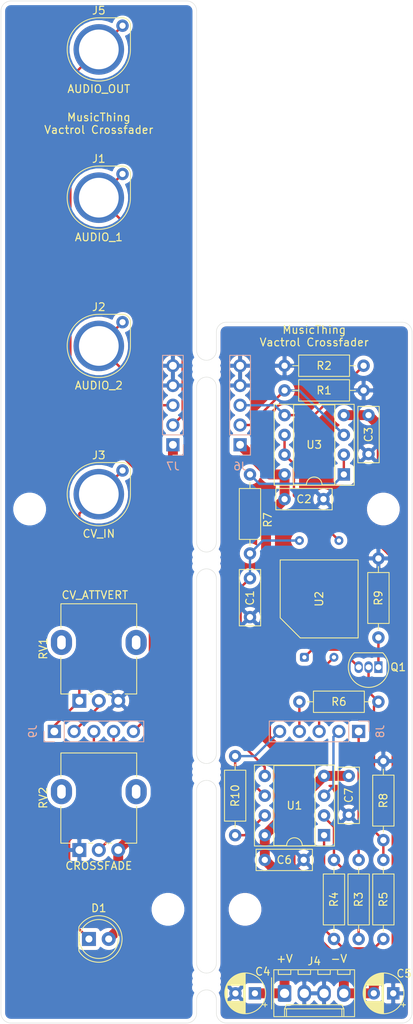
<source format=kicad_pcb>
(kicad_pcb (version 20171130) (host pcbnew "(5.1.8-0-10_14)")
  (layers (0 F.Cu signal) (31 B.Cu signal) (36 B.SilkS user) (37 F.SilkS user) (38 B.Mask user) (39 F.Mask user) (44 Edge.Cuts user))
  (net 0 "")
  (net 1 GND)
  (net 2 "Net-(C1-Pad1)")
  (net 3 +12V)
  (net 4 -12V)
  (net 5 "Net-(Q1-Pad1)")
  (net 6 "Net-(Q1-Pad3)")
  (net 7 "Net-(Q1-Pad2)")
  (net 8 "Net-(R3-Pad1)")
  (net 9 "Net-(R4-Pad1)")
  (net 10 "Net-(R10-Pad2)")
  (net 11 +12VA)
  (net 12 /LED_CTRL)
  (net 13 /CV_IN_CTRL)
  (net 14 /OUT_CTRL)
  (net 15 GND1)
  (net 16 /CV_ATTVERT_CTRL)
  (net 17 /FADE_POT_CTRL)
  (net 18 /LED_MAIN)
  (net 19 /OUT_MAIN)
  (net 20 /CV_ATTVERT_MAIN)
  (net 21 /FADE_POT_MAIN)
  (net 22 /CV_IN_MAIN)
  (net 23 /AUDIO_1_CTRL)
  (net 24 /AUDIO_2_CTRL)
  (net 25 /AUDIO_2_MAIN)
  (net 26 /AUDIO_1_MAIN)
  (net 27 /AUDIO_2)
  (net 28 /AUDIO_1)
  (module rumblesan-footprints:mouse-bite-2.54mm-slot (layer F.Cu) (at 113.157 157.861 90)
    (fp_text reference mouse-bite-2.54mm-slot hide)
    (fp_text value VAL** hide)
    (pad "" np_thru_hole circle (at 0.8 1.1 90) (size 0.5 0.5) (drill 0.5) (layers *.Cu *.Mask))
    (pad "" np_thru_hole circle (at -0.8 1.1 90) (size 0.5 0.5) (drill 0.5) (layers *.Cu *.Mask))
    (pad "" np_thru_hole circle (at -0.8 -1.1 90) (size 0.5 0.5) (drill 0.5) (layers *.Cu *.Mask))
    (pad "" np_thru_hole circle (at 0.8 -1.1 90) (size 0.5 0.5) (drill 0.5) (layers *.Cu *.Mask))
    (pad "" np_thru_hole circle (at 0 1.1 90) (size 0.5 0.5) (drill 0.5) (layers *.Cu *.Mask))
    (pad "" np_thru_hole circle (at 0 -1.1 90) (size 0.5 0.5) (drill 0.5) (layers *.Cu *.Mask))
  )
  (module rumblesan-footprints:mouse-bite-2.54mm-slot (layer F.Cu) (at 113.157 130.937 90)
    (fp_text reference mouse-bite-2.54mm-slot hide)
    (fp_text value VAL** hide)
    (pad "" np_thru_hole circle (at 0.8 1.1 90) (size 0.5 0.5) (drill 0.5) (layers *.Cu *.Mask))
    (pad "" np_thru_hole circle (at -0.8 1.1 90) (size 0.5 0.5) (drill 0.5) (layers *.Cu *.Mask))
    (pad "" np_thru_hole circle (at -0.8 -1.1 90) (size 0.5 0.5) (drill 0.5) (layers *.Cu *.Mask))
    (pad "" np_thru_hole circle (at 0.8 -1.1 90) (size 0.5 0.5) (drill 0.5) (layers *.Cu *.Mask))
    (pad "" np_thru_hole circle (at 0 1.1 90) (size 0.5 0.5) (drill 0.5) (layers *.Cu *.Mask))
    (pad "" np_thru_hole circle (at 0 -1.1 90) (size 0.5 0.5) (drill 0.5) (layers *.Cu *.Mask))
  )
  (module rumblesan-footprints:mouse-bite-2.54mm-slot (layer F.Cu) (at 113.157 103.759 90)
    (fp_text reference mouse-bite-2.54mm-slot hide)
    (fp_text value VAL** hide)
    (pad "" np_thru_hole circle (at 0.8 1.1 90) (size 0.5 0.5) (drill 0.5) (layers *.Cu *.Mask))
    (pad "" np_thru_hole circle (at -0.8 1.1 90) (size 0.5 0.5) (drill 0.5) (layers *.Cu *.Mask))
    (pad "" np_thru_hole circle (at -0.8 -1.1 90) (size 0.5 0.5) (drill 0.5) (layers *.Cu *.Mask))
    (pad "" np_thru_hole circle (at 0.8 -1.1 90) (size 0.5 0.5) (drill 0.5) (layers *.Cu *.Mask))
    (pad "" np_thru_hole circle (at 0 1.1 90) (size 0.5 0.5) (drill 0.5) (layers *.Cu *.Mask))
    (pad "" np_thru_hole circle (at 0 -1.1 90) (size 0.5 0.5) (drill 0.5) (layers *.Cu *.Mask))
  )
  (module rumblesan-footprints:mouse-bite-2.54mm-slot (layer F.Cu) (at 113.157 79.121 90)
    (fp_text reference mouse-bite-2.54mm-slot hide)
    (fp_text value VAL** hide)
    (pad "" np_thru_hole circle (at 0.8 1.1 90) (size 0.5 0.5) (drill 0.5) (layers *.Cu *.Mask))
    (pad "" np_thru_hole circle (at -0.8 1.1 90) (size 0.5 0.5) (drill 0.5) (layers *.Cu *.Mask))
    (pad "" np_thru_hole circle (at -0.8 -1.1 90) (size 0.5 0.5) (drill 0.5) (layers *.Cu *.Mask))
    (pad "" np_thru_hole circle (at 0.8 -1.1 90) (size 0.5 0.5) (drill 0.5) (layers *.Cu *.Mask))
    (pad "" np_thru_hole circle (at 0 1.1 90) (size 0.5 0.5) (drill 0.5) (layers *.Cu *.Mask))
    (pad "" np_thru_hole circle (at 0 -1.1 90) (size 0.5 0.5) (drill 0.5) (layers *.Cu *.Mask))
  )
  (module OptoDevice:PerkinElmer_VTL5C (layer F.Cu) (at 125.74 116.205 90)
    (fp_text reference U2 (at 7.5 1.9 90) (layer F.SilkS))
    (fp_text value VTL5C)
    (pad 2 thru_hole circle (at 0 3.8 90) (size 1.15 1.15) (drill 0.55) (layers *.Cu *.Mask) (net 18 /LED_MAIN))
    (pad 4 thru_hole circle (at 15 4.44 90) (size 1.15 1.15) (drill 0.55) (layers *.Cu *.Mask) (net 27 /AUDIO_2))
    (pad 3 thru_hole circle (at 15 -0.64 90) (size 1.15 1.15) (drill 0.55) (layers *.Cu *.Mask) (net 2 "Net-(C1-Pad1)"))
    (pad 1 thru_hole roundrect (at 0 0 90) (size 1.15 1.15) (drill 0.55) (layers *.Cu *.Mask) (net 6 "Net-(Q1-Pad3)"))
  )
  (module Package_DIP:DIP-8_W7.62mm_Socket (layer F.Cu) (at 130.81 92.71 180)
    (fp_text reference U3 (at 3.81 3.81) (layer F.SilkS))
    (fp_text value TL072)
    (pad 8 thru_hole oval (at 7.62 0 180) (size 1.6 1.6) (drill 0.8) (layers *.Cu *.Mask) (net 3 +12V))
    (pad 4 thru_hole oval (at 0 7.62 180) (size 1.6 1.6) (drill 0.8) (layers *.Cu *.Mask) (net 4 -12V))
    (pad 7 thru_hole oval (at 7.62 2.54 180) (size 1.6 1.6) (drill 0.8) (layers *.Cu *.Mask) (net 27 /AUDIO_2))
    (pad 3 thru_hole oval (at 0 5.08 180) (size 1.6 1.6) (drill 0.8) (layers *.Cu *.Mask) (net 26 /AUDIO_1_MAIN))
    (pad 6 thru_hole oval (at 7.62 5.08 180) (size 1.6 1.6) (drill 0.8) (layers *.Cu *.Mask) (net 27 /AUDIO_2))
    (pad 2 thru_hole oval (at 0 2.54 180) (size 1.6 1.6) (drill 0.8) (layers *.Cu *.Mask) (net 28 /AUDIO_1))
    (pad 5 thru_hole oval (at 7.62 7.62 180) (size 1.6 1.6) (drill 0.8) (layers *.Cu *.Mask) (net 25 /AUDIO_2_MAIN))
    (pad 1 thru_hole rect (at 0 0 180) (size 1.6 1.6) (drill 0.8) (layers *.Cu *.Mask) (net 28 /AUDIO_1))
  )
  (module Package_DIP:DIP-8_W7.62mm_Socket (layer F.Cu) (at 128.27 139.065 180)
    (fp_text reference U1 (at 3.81 3.81) (layer F.SilkS))
    (fp_text value TL072)
    (pad 8 thru_hole oval (at 7.62 0 180) (size 1.6 1.6) (drill 0.8) (layers *.Cu *.Mask) (net 3 +12V))
    (pad 4 thru_hole oval (at 0 7.62 180) (size 1.6 1.6) (drill 0.8) (layers *.Cu *.Mask) (net 4 -12V))
    (pad 7 thru_hole oval (at 7.62 2.54 180) (size 1.6 1.6) (drill 0.8) (layers *.Cu *.Mask) (net 10 "Net-(R10-Pad2)"))
    (pad 3 thru_hole oval (at 0 5.08 180) (size 1.6 1.6) (drill 0.8) (layers *.Cu *.Mask) (net 20 /CV_ATTVERT_MAIN))
    (pad 6 thru_hole oval (at 7.62 5.08 180) (size 1.6 1.6) (drill 0.8) (layers *.Cu *.Mask) (net 19 /OUT_MAIN))
    (pad 2 thru_hole oval (at 0 2.54 180) (size 1.6 1.6) (drill 0.8) (layers *.Cu *.Mask) (net 8 "Net-(R3-Pad1)"))
    (pad 5 thru_hole oval (at 7.62 7.62 180) (size 1.6 1.6) (drill 0.8) (layers *.Cu *.Mask) (net 2 "Net-(C1-Pad1)"))
    (pad 1 thru_hole rect (at 0 0 180) (size 1.6 1.6) (drill 0.8) (layers *.Cu *.Mask) (net 9 "Net-(R4-Pad1)"))
  )
  (module Capacitor_THT:C_Rect_L7.0mm_W2.5mm_P5.00mm (layer F.Cu) (at 131.445 136.445 90)
    (fp_text reference C7 (at 2.5 0 90) (layer F.SilkS))
    (fp_text value 100nf)
    (pad 2 thru_hole circle (at 5 0 90) (size 1.6 1.6) (drill 0.8) (layers *.Cu *.Mask) (net 4 -12V))
    (pad 1 thru_hole circle (at 0 0 90) (size 1.6 1.6) (drill 0.8) (layers *.Cu *.Mask) (net 1 GND))
  )
  (module Capacitor_THT:C_Rect_L7.0mm_W2.5mm_P5.00mm (layer F.Cu) (at 120.65 142.24)
    (fp_text reference C6 (at 2.5 0) (layer F.SilkS))
    (fp_text value 100nf)
    (pad 2 thru_hole circle (at 5 0) (size 1.6 1.6) (drill 0.8) (layers *.Cu *.Mask) (net 1 GND))
    (pad 1 thru_hole circle (at 0 0) (size 1.6 1.6) (drill 0.8) (layers *.Cu *.Mask) (net 3 +12V))
  )
  (module Connector_PinSocket_2.54mm:PinSocket_1x05_P2.54mm_Vertical (layer B.Cu) (at 93.599 125.73 270)
    (fp_text reference J9 (at 0 2.77 270) (layer B.SilkS) (effects (justify mirror)))
    (fp_text value HEADER2_CTRL)
    (pad 5 thru_hole oval (at 0 -10.16 270) (size 1.7 1.7) (drill 1) (layers *.Cu *.Mask) (net 14 /OUT_CTRL))
    (pad 4 thru_hole oval (at 0 -7.62 270) (size 1.7 1.7) (drill 1) (layers *.Cu *.Mask) (net 17 /FADE_POT_CTRL))
    (pad 3 thru_hole oval (at 0 -5.08 270) (size 1.7 1.7) (drill 1) (layers *.Cu *.Mask) (net 12 /LED_CTRL))
    (pad 2 thru_hole oval (at 0 -2.54 270) (size 1.7 1.7) (drill 1) (layers *.Cu *.Mask) (net 16 /CV_ATTVERT_CTRL))
    (pad 1 thru_hole rect (at 0 0 270) (size 1.7 1.7) (drill 1) (layers *.Cu *.Mask) (net 13 /CV_IN_CTRL))
  )
  (module Connector_PinSocket_2.54mm:PinSocket_1x05_P2.54mm_Vertical (layer B.Cu) (at 132.715 125.73 90)
    (fp_text reference J8 (at 0 2.77 270) (layer B.SilkS) (effects (justify mirror)))
    (fp_text value HEADER2_MAIN hide)
    (pad 5 thru_hole oval (at 0 -10.16 90) (size 1.7 1.7) (drill 1) (layers *.Cu *.Mask) (net 19 /OUT_MAIN))
    (pad 4 thru_hole oval (at 0 -7.62 90) (size 1.7 1.7) (drill 1) (layers *.Cu *.Mask) (net 21 /FADE_POT_MAIN))
    (pad 3 thru_hole oval (at 0 -5.08 90) (size 1.7 1.7) (drill 1) (layers *.Cu *.Mask) (net 18 /LED_MAIN))
    (pad 2 thru_hole oval (at 0 -2.54 90) (size 1.7 1.7) (drill 1) (layers *.Cu *.Mask) (net 20 /CV_ATTVERT_MAIN))
    (pad 1 thru_hole rect (at 0 0 90) (size 1.7 1.7) (drill 1) (layers *.Cu *.Mask) (net 22 /CV_IN_MAIN))
  )
  (module Connector_PinSocket_2.54mm:PinSocket_1x05_P2.54mm_Vertical (layer B.Cu) (at 108.839 88.9)
    (fp_text reference J7 (at 0 2.77 180) (layer B.SilkS) (effects (justify mirror)))
    (fp_text value HEADER1_CTRL)
    (pad 5 thru_hole oval (at 0 -10.16) (size 1.7 1.7) (drill 1) (layers *.Cu *.Mask) (net 15 GND1))
    (pad 4 thru_hole oval (at 0 -7.62) (size 1.7 1.7) (drill 1) (layers *.Cu *.Mask) (net 15 GND1))
    (pad 3 thru_hole oval (at 0 -5.08) (size 1.7 1.7) (drill 1) (layers *.Cu *.Mask) (net 24 /AUDIO_2_CTRL))
    (pad 2 thru_hole oval (at 0 -2.54) (size 1.7 1.7) (drill 1) (layers *.Cu *.Mask) (net 23 /AUDIO_1_CTRL))
    (pad 1 thru_hole rect (at 0 0) (size 1.7 1.7) (drill 1) (layers *.Cu *.Mask) (net 11 +12VA))
  )
  (module Connector_PinSocket_2.54mm:PinSocket_1x05_P2.54mm_Vertical (layer B.Cu) (at 117.475 88.9)
    (fp_text reference J6 (at 0 2.77) (layer B.SilkS) (effects (justify mirror)))
    (fp_text value HEADER1_MAIN hide)
    (pad 5 thru_hole oval (at 0 -10.16) (size 1.7 1.7) (drill 1) (layers *.Cu *.Mask) (net 1 GND))
    (pad 4 thru_hole oval (at 0 -7.62) (size 1.7 1.7) (drill 1) (layers *.Cu *.Mask) (net 1 GND))
    (pad 3 thru_hole oval (at 0 -5.08) (size 1.7 1.7) (drill 1) (layers *.Cu *.Mask) (net 25 /AUDIO_2_MAIN))
    (pad 2 thru_hole oval (at 0 -2.54) (size 1.7 1.7) (drill 1) (layers *.Cu *.Mask) (net 26 /AUDIO_1_MAIN))
    (pad 1 thru_hole rect (at 0 0) (size 1.7 1.7) (drill 1) (layers *.Cu *.Mask) (net 3 +12V))
  )
  (module Capacitor_THT:C_Rect_L7.0mm_W2.5mm_P5.00mm (layer F.Cu) (at 133.985 90.09 90)
    (fp_text reference C3 (at 2.5 0 90) (layer F.SilkS))
    (fp_text value 100nf)
    (pad 2 thru_hole circle (at 5 0 90) (size 1.6 1.6) (drill 0.8) (layers *.Cu *.Mask) (net 4 -12V))
    (pad 1 thru_hole circle (at 0 0 90) (size 1.6 1.6) (drill 0.8) (layers *.Cu *.Mask) (net 1 GND))
  )
  (module Capacitor_THT:C_Rect_L7.0mm_W2.5mm_P5.00mm (layer F.Cu) (at 123.19 95.885)
    (fp_text reference C2 (at 2.5 0) (layer F.SilkS))
    (fp_text value 100nf)
    (pad 2 thru_hole circle (at 5 0) (size 1.6 1.6) (drill 0.8) (layers *.Cu *.Mask) (net 1 GND))
    (pad 1 thru_hole circle (at 0 0) (size 1.6 1.6) (drill 0.8) (layers *.Cu *.Mask) (net 3 +12V))
  )
  (module Capacitor_THT:C_Rect_L7.0mm_W2.5mm_P5.00mm (layer F.Cu) (at 118.745 106.045 270)
    (fp_text reference C1 (at 2.54 0 90) (layer F.SilkS))
    (fp_text value 1nf)
    (pad 1 thru_hole circle (at 0 0 270) (size 1.6 1.6) (drill 0.8) (layers *.Cu *.Mask) (net 2 "Net-(C1-Pad1)"))
    (pad 2 thru_hole circle (at 5 0 270) (size 1.6 1.6) (drill 0.8) (layers *.Cu *.Mask) (net 1 GND))
  )
  (module Package_TO_SOT_THT:TO-92_Inline (layer F.Cu) (at 135.255 117.475 180)
    (fp_text reference Q1 (at -2.54 0) (layer F.SilkS))
    (fp_text value 2N3904)
    (pad 1 thru_hole rect (at 0 0 180) (size 1.05 1.5) (drill 0.75) (layers *.Cu *.Mask) (net 5 "Net-(Q1-Pad1)"))
    (pad 3 thru_hole oval (at 2.54 0 180) (size 1.05 1.5) (drill 0.75) (layers *.Cu *.Mask) (net 6 "Net-(Q1-Pad3)"))
    (pad 2 thru_hole oval (at 1.27 0 180) (size 1.05 1.5) (drill 0.75) (layers *.Cu *.Mask) (net 7 "Net-(Q1-Pad2)"))
  )
  (module MountingHole:MountingHole_3.2mm_M3 (layer F.Cu) (at 118.11 148.59)
    (fp_text reference REF** hide)
    (fp_text value MountingHole_3.2mm_M3 hide)
    (pad 1 np_thru_hole circle (at 0 0) (size 3.2 3.2) (drill 3.2) (layers *.Cu *.Mask))
  )
  (module MountingHole:MountingHole_3.2mm_M3 (layer F.Cu) (at 108.204 148.59)
    (fp_text reference REF** hide)
    (fp_text value MountingHole_3.2mm_M3 hide)
    (pad 1 np_thru_hole circle (at 0 0) (size 3.2 3.2) (drill 3.2) (layers *.Cu *.Mask))
  )
  (module MountingHole:MountingHole_3.2mm_M3 (layer F.Cu) (at 135.89 97.155)
    (fp_text reference REF** hide)
    (fp_text value MountingHole_3.2mm_M3 hide)
    (pad 1 np_thru_hole circle (at 0 0) (size 3.2 3.2) (drill 3.2) (layers *.Cu *.Mask))
  )
  (module MountingHole:MountingHole_3.2mm_M3 (layer F.Cu) (at 90.424 97.155)
    (fp_text reference REF** hide)
    (fp_text value MountingHole_3.2mm_M3 hide)
    (pad 1 np_thru_hole circle (at 0 0) (size 3.2 3.2) (drill 3.2) (layers *.Cu *.Mask))
  )
  (module Potentiometer_THT:Potentiometer_Alpha_RD901F-40-00D_Single_Vertical (layer F.Cu) (at 96.814 140.97 90)
    (fp_text reference RV2 (at 6.71 -4.64 270) (layer F.SilkS))
    (fp_text value 50k)
    (pad "" thru_hole oval (at 7.5 -2.3 180) (size 2.72 3.24) (drill oval 1.1 1.8) (layers *.Cu *.Mask))
    (pad "" thru_hole oval (at 7.5 7.3 180) (size 2.72 3.24) (drill oval 1.1 1.8) (layers *.Cu *.Mask))
    (pad 3 thru_hole circle (at 0 5 180) (size 1.8 1.8) (drill 1) (layers *.Cu *.Mask) (net 11 +12VA))
    (pad 2 thru_hole circle (at 0 2.5 180) (size 1.8 1.8) (drill 1) (layers *.Cu *.Mask) (net 17 /FADE_POT_CTRL))
    (pad 1 thru_hole rect (at 0 0 180) (size 1.8 1.8) (drill 1) (layers *.Cu *.Mask) (net 15 GND1))
  )
  (module Potentiometer_THT:Potentiometer_Alpha_RD901F-40-00D_Single_Vertical (layer F.Cu) (at 96.814 121.8 90)
    (fp_text reference RV1 (at 6.71 -4.64 270) (layer F.SilkS))
    (fp_text value 50k)
    (pad "" thru_hole oval (at 7.5 -2.3 180) (size 2.72 3.24) (drill oval 1.1 1.8) (layers *.Cu *.Mask))
    (pad "" thru_hole oval (at 7.5 7.3 180) (size 2.72 3.24) (drill oval 1.1 1.8) (layers *.Cu *.Mask))
    (pad 3 thru_hole circle (at 0 5 180) (size 1.8 1.8) (drill 1) (layers *.Cu *.Mask) (net 15 GND1))
    (pad 2 thru_hole circle (at 0 2.5 180) (size 1.8 1.8) (drill 1) (layers *.Cu *.Mask) (net 16 /CV_ATTVERT_CTRL))
    (pad 1 thru_hole rect (at 0 0 180) (size 1.8 1.8) (drill 1) (layers *.Cu *.Mask) (net 13 /CV_IN_CTRL))
  )
  (module rumblesan-footprints:Resistor_THT_L6.3mm_D2.5mm_P10.16mm_Horizontal (layer F.Cu) (at 116.84 128.905 270)
    (fp_text reference R10 (at 5.08 0 90) (layer F.SilkS))
    (fp_text value 1k)
    (pad 2 thru_hole oval (at 10.16 0 270) (size 1.6 1.6) (drill 0.8) (layers *.Cu *.Mask) (net 10 "Net-(R10-Pad2)"))
    (pad 1 thru_hole circle (at 0 0 270) (size 1.6 1.6) (drill 0.8) (layers *.Cu *.Mask) (net 19 /OUT_MAIN))
  )
  (module rumblesan-footprints:Resistor_THT_L6.3mm_D2.5mm_P10.16mm_Horizontal (layer F.Cu) (at 135.255 113.665 90)
    (fp_text reference R9 (at 5.08 0 90) (layer F.SilkS))
    (fp_text value 2k2)
    (pad 2 thru_hole oval (at 10.16 0 90) (size 1.6 1.6) (drill 0.8) (layers *.Cu *.Mask) (net 1 GND))
    (pad 1 thru_hole circle (at 0 0 90) (size 1.6 1.6) (drill 0.8) (layers *.Cu *.Mask) (net 5 "Net-(Q1-Pad1)"))
  )
  (module rumblesan-footprints:Resistor_THT_L6.3mm_D2.5mm_P10.16mm_Horizontal (layer F.Cu) (at 135.89 139.7 90)
    (fp_text reference R8 (at 5.08 0 90) (layer F.SilkS))
    (fp_text value 100k)
    (pad 2 thru_hole oval (at 10.16 0 90) (size 1.6 1.6) (drill 0.8) (layers *.Cu *.Mask) (net 1 GND))
    (pad 1 thru_hole circle (at 0 0 90) (size 1.6 1.6) (drill 0.8) (layers *.Cu *.Mask) (net 7 "Net-(Q1-Pad2)"))
  )
  (module rumblesan-footprints:Resistor_THT_L6.3mm_D2.5mm_P10.16mm_Horizontal (layer F.Cu) (at 118.745 92.71 270)
    (fp_text reference R7 (at 5.842 -2.286 90) (layer F.SilkS))
    (fp_text value R)
    (pad 1 thru_hole circle (at 0 0 270) (size 1.6 1.6) (drill 0.8) (layers *.Cu *.Mask) (net 28 /AUDIO_1))
    (pad 2 thru_hole oval (at 10.16 0 270) (size 1.6 1.6) (drill 0.8) (layers *.Cu *.Mask) (net 2 "Net-(C1-Pad1)"))
  )
  (module rumblesan-footprints:Resistor_THT_L6.3mm_D2.5mm_P10.16mm_Horizontal (layer F.Cu) (at 135.255 121.92 180)
    (fp_text reference R6 (at 5.08 0) (layer F.SilkS))
    (fp_text value 100k)
    (pad 2 thru_hole oval (at 10.16 0 180) (size 1.6 1.6) (drill 0.8) (layers *.Cu *.Mask) (net 21 /FADE_POT_MAIN))
    (pad 1 thru_hole circle (at 0 0 180) (size 1.6 1.6) (drill 0.8) (layers *.Cu *.Mask) (net 7 "Net-(Q1-Pad2)"))
  )
  (module rumblesan-footprints:Resistor_THT_L6.3mm_D2.5mm_P10.16mm_Horizontal (layer F.Cu) (at 135.89 142.24 270)
    (fp_text reference R5 (at 5.08 0 90) (layer F.SilkS))
    (fp_text value 100k)
    (pad 2 thru_hole oval (at 10.16 0 270) (size 1.6 1.6) (drill 0.8) (layers *.Cu *.Mask) (net 9 "Net-(R4-Pad1)"))
    (pad 1 thru_hole circle (at 0 0 270) (size 1.6 1.6) (drill 0.8) (layers *.Cu *.Mask) (net 7 "Net-(Q1-Pad2)"))
  )
  (module rumblesan-footprints:Resistor_THT_L6.3mm_D2.5mm_P10.16mm_Horizontal (layer F.Cu) (at 129.54 152.4 90)
    (fp_text reference R4 (at 5.08 0 90) (layer F.SilkS))
    (fp_text value 47k)
    (pad 2 thru_hole oval (at 10.16 0 90) (size 1.6 1.6) (drill 0.8) (layers *.Cu *.Mask) (net 8 "Net-(R3-Pad1)"))
    (pad 1 thru_hole circle (at 0 0 90) (size 1.6 1.6) (drill 0.8) (layers *.Cu *.Mask) (net 9 "Net-(R4-Pad1)"))
  )
  (module rumblesan-footprints:Resistor_THT_L6.3mm_D2.5mm_P10.16mm_Horizontal (layer F.Cu) (at 132.715 152.4 90)
    (fp_text reference R3 (at 5.08 0 90) (layer F.SilkS))
    (fp_text value 47k)
    (pad 2 thru_hole oval (at 10.16 0 90) (size 1.6 1.6) (drill 0.8) (layers *.Cu *.Mask) (net 22 /CV_IN_MAIN))
    (pad 1 thru_hole circle (at 0 0 90) (size 1.6 1.6) (drill 0.8) (layers *.Cu *.Mask) (net 8 "Net-(R3-Pad1)"))
  )
  (module rumblesan-footprints:Resistor_THT_L6.3mm_D2.5mm_P10.16mm_Horizontal (layer F.Cu) (at 133.35 78.74 180)
    (fp_text reference R2 (at 5.08 0) (layer F.SilkS))
    (fp_text value 100k)
    (pad 1 thru_hole circle (at 0 0 180) (size 1.6 1.6) (drill 0.8) (layers *.Cu *.Mask) (net 25 /AUDIO_2_MAIN))
    (pad 2 thru_hole oval (at 10.16 0 180) (size 1.6 1.6) (drill 0.8) (layers *.Cu *.Mask) (net 1 GND))
  )
  (module rumblesan-footprints:Resistor_THT_L6.3mm_D2.5mm_P10.16mm_Horizontal (layer F.Cu) (at 123.19 81.915)
    (fp_text reference R1 (at 5.08 0) (layer F.SilkS))
    (fp_text value 100k)
    (pad 2 thru_hole oval (at 10.16 0) (size 1.6 1.6) (drill 0.8) (layers *.Cu *.Mask) (net 1 GND))
    (pad 1 thru_hole circle (at 0 0) (size 1.6 1.6) (drill 0.8) (layers *.Cu *.Mask) (net 26 /AUDIO_1_MAIN))
  )
  (module rumblesan-footprints:BananaJack_THT_JohnsonCinch_108-09 (layer F.Cu) (at 99.314 38.1)
    (fp_text reference J5 (at 0 -5) (layer F.SilkS))
    (fp_text value AUDIO_OUT)
    (pad 1 thru_hole circle (at 3.048 -3.048) (size 1.6 1.6) (drill 0.8) (layers *.Cu *.Mask) (net 14 /OUT_CTRL))
    (pad 1 thru_hole circle (at 0 0) (size 6.5 6.5) (drill 5.1) (layers *.Cu *.Mask) (net 14 /OUT_CTRL))
  )
  (module rumblesan-footprints:Molex_KK-254_AE-6410-04A_1x04_P2.54mm_Vertical (layer F.Cu) (at 123.19 159.385)
    (fp_text reference J4 (at 3.81 -4.12) (layer F.SilkS))
    (fp_text value POWER)
    (pad 4 thru_hole oval (at 7.62 0) (size 1.74 2.19) (drill 1.19) (layers *.Cu *.Mask) (net 4 -12V))
    (pad 3 thru_hole oval (at 5.08 0) (size 1.74 2.19) (drill 1.19) (layers *.Cu *.Mask) (net 1 GND))
    (pad 2 thru_hole oval (at 2.54 0) (size 1.74 2.19) (drill 1.19) (layers *.Cu *.Mask) (net 1 GND))
    (pad 1 thru_hole roundrect (at 0 0) (size 1.74 2.19) (drill 1.19) (layers *.Cu *.Mask) (roundrect_rratio 0.1436775862068966) (net 3 +12V))
  )
  (module rumblesan-footprints:BananaJack_THT_JohnsonCinch_108-09 (layer F.Cu) (at 99.314 95.25)
    (fp_text reference J3 (at 0 -5) (layer F.SilkS))
    (fp_text value CV_IN)
    (pad 1 thru_hole circle (at 3.048 -3.048) (size 1.6 1.6) (drill 0.8) (layers *.Cu *.Mask) (net 13 /CV_IN_CTRL))
    (pad 1 thru_hole circle (at 0 0) (size 6.5 6.5) (drill 5.1) (layers *.Cu *.Mask) (net 13 /CV_IN_CTRL))
  )
  (module rumblesan-footprints:BananaJack_THT_JohnsonCinch_108-09 (layer F.Cu) (at 99.314 76.2)
    (fp_text reference J2 (at 0 -5) (layer F.SilkS))
    (fp_text value AUDIO_2)
    (pad 1 thru_hole circle (at 3.048 -3.048) (size 1.6 1.6) (drill 0.8) (layers *.Cu *.Mask) (net 24 /AUDIO_2_CTRL))
    (pad 1 thru_hole circle (at 0 0) (size 6.5 6.5) (drill 5.1) (layers *.Cu *.Mask) (net 24 /AUDIO_2_CTRL))
  )
  (module rumblesan-footprints:BananaJack_THT_JohnsonCinch_108-09 (layer F.Cu) (at 99.314 57.15)
    (fp_text reference J1 (at 0 -5) (layer F.SilkS))
    (fp_text value AUDIO_1)
    (pad 1 thru_hole circle (at 3.048 -3.048) (size 1.6 1.6) (drill 0.8) (layers *.Cu *.Mask) (net 23 /AUDIO_1_CTRL))
    (pad 1 thru_hole circle (at 0 0) (size 6.5 6.5) (drill 5.1) (layers *.Cu *.Mask) (net 23 /AUDIO_1_CTRL))
  )
  (module LED_THT:LED_D5.0mm (layer F.Cu) (at 98.044 152.4)
    (fp_text reference D1 (at 1.27 -3.96) (layer F.SilkS))
    (fp_text value LED)
    (pad 2 thru_hole circle (at 2.54 0) (size 1.8 1.8) (drill 0.9) (layers *.Cu *.Mask) (net 11 +12VA))
    (pad 1 thru_hole rect (at 0 0) (size 1.8 1.8) (drill 0.9) (layers *.Cu *.Mask) (net 12 /LED_CTRL))
  )
  (module rumblesan-footprints:CP_Radial_D5.0mm_P2.50mm (layer F.Cu) (at 137.16 159.385 180)
    (fp_text reference C5 (at -1.397 2.54) (layer F.SilkS))
    (fp_text value 10uf)
    (pad 2 thru_hole circle (at 2.5 0 180) (size 1.6 1.6) (drill 0.8) (layers *.Cu *.Mask) (net 4 -12V))
    (pad 1 thru_hole rect (at 0 0 180) (size 1.6 1.6) (drill 0.8) (layers *.Cu *.Mask) (net 1 GND))
  )
  (module rumblesan-footprints:CP_Radial_D5.0mm_P2.50mm (layer F.Cu) (at 119.38 159.385 180)
    (fp_text reference C4 (at -1.016 2.794) (layer F.SilkS))
    (fp_text value 10uf)
    (pad 2 thru_hole circle (at 2.5 0 180) (size 1.6 1.6) (drill 0.8) (layers *.Cu *.Mask) (net 1 GND))
    (pad 1 thru_hole rect (at 0 0 180) (size 1.6 1.6) (drill 0.8) (layers *.Cu *.Mask) (net 3 +12V))
  )
  (gr_text "MusicThing\nVactrol Crossfader" (at 99.314 47.625) (layer F.SilkS) (effects (font (size 1 1))))
  (gr_line (start 114.427 160.2105) (end 114.427 161.925) (layer Edge.Cuts) (width 0.05))
  (gr_line (start 111.887 160.2105) (end 111.887 161.925) (layer Edge.Cuts) (width 0.05))
  (gr_line (start 114.427 155.5115) (end 114.427 133.2865) (layer Edge.Cuts) (width 0.05))
  (gr_line (start 111.887 133.2865) (end 111.887 155.5115) (layer Edge.Cuts) (width 0.05))
  (gr_line (start 114.427 128.5875) (end 114.427 106.1085) (layer Edge.Cuts) (width 0.05))
  (gr_line (start 111.887 106.1085) (end 111.887 128.5875) (layer Edge.Cuts) (width 0.05))
  (gr_line (start 114.427 101.4095) (end 114.427 81.4705) (layer Edge.Cuts) (width 0.05))
  (gr_line (start 111.887 81.4705) (end 111.887 101.4095) (layer Edge.Cuts) (width 0.05))
  (gr_line (start 114.427 74.422) (end 114.427 76.7715) (layer Edge.Cuts) (width 0.05))
  (gr_line (start 111.887 33.147) (end 111.887 76.7715) (layer Edge.Cuts) (width 0.05))
  (gr_arc (start 113.157 76.7715) (end 111.887 76.7715) (angle -180) (layer Edge.Cuts) (width 0.05))
  (gr_arc (start 113.157 81.4705) (end 114.427 81.4705) (angle -180) (layer Edge.Cuts) (width 0.05))
  (gr_arc (start 113.157 101.4095) (end 111.887 101.4095) (angle -180) (layer Edge.Cuts) (width 0.05))
  (gr_arc (start 113.157 106.1085) (end 114.427 106.1085) (angle -180) (layer Edge.Cuts) (width 0.05))
  (gr_arc (start 113.157 128.5875) (end 111.887 128.5875) (angle -180) (layer Edge.Cuts) (width 0.05))
  (gr_arc (start 113.157 133.2865) (end 114.427 133.2865) (angle -180) (layer Edge.Cuts) (width 0.05))
  (gr_arc (start 113.157 155.5115) (end 111.887 155.5115) (angle -180) (layer Edge.Cuts) (width 0.05))
  (gr_arc (start 113.157 160.2105) (end 114.427 160.2105) (angle -180) (layer Edge.Cuts) (width 0.05))
  (gr_text CROSSFADE (at 99.314 143.002) (layer F.SilkS) (effects (font (size 1 1))))
  (gr_text CV_ATTVERT (at 98.806 108.204) (layer F.SilkS) (effects (font (size 1 1))))
  (gr_text CV_IN (at 99.314 100.33) (layer F.SilkS) (effects (font (size 1 1))))
  (gr_text AUDIO_2 (at 99.314 81.28) (layer F.SilkS) (effects (font (size 1 1))))
  (gr_text AUDIO_1 (at 99.314 62.23) (layer F.SilkS) (effects (font (size 1 1))))
  (gr_text AUDIO_OUT (at 99.314 43.18) (layer F.SilkS) (effects (font (size 1 1))))
  (gr_arc (start 110.617 33.147) (end 111.887 33.147) (angle -90) (layer Edge.Cuts) (width 0.05))
  (gr_arc (start 88.011 33.147) (end 88.011 31.877) (angle -90) (layer Edge.Cuts) (width 0.05))
  (gr_arc (start 88.011 161.925) (end 86.741 161.925) (angle -90) (layer Edge.Cuts) (width 0.05))
  (gr_arc (start 110.617 161.925) (end 110.617 163.195) (angle -90) (layer Edge.Cuts) (width 0.05))
  (gr_arc (start 115.697 161.925) (end 114.427 161.925) (angle -90) (layer Edge.Cuts) (width 0.05))
  (gr_arc (start 138.303 161.925) (end 138.303 163.195) (angle -90) (layer Edge.Cuts) (width 0.05))
  (gr_arc (start 138.303 74.422) (end 139.573 74.422) (angle -90) (layer Edge.Cuts) (width 0.05))
  (gr_arc (start 115.697 74.422) (end 115.697 73.152) (angle -90) (layer Edge.Cuts) (width 0.05))
  (gr_text -V (at 130.175 154.94) (layer F.SilkS) (effects (font (size 1 1))))
  (gr_text +V (at 123.19 154.94) (layer F.SilkS) (effects (font (size 1 1))))
  (gr_text "MusicThing\nVactrol Crossfader" (at 127 74.93) (layer F.SilkS) (effects (font (size 1 1))))
  (gr_line (start 86.741 33.147) (end 86.741 161.925) (layer Edge.Cuts) (width 0.05))
  (gr_line (start 110.617 31.877) (end 88.011 31.877) (layer Edge.Cuts) (width 0.05))
  (gr_line (start 88.011 163.195) (end 110.617 163.195) (layer Edge.Cuts) (width 0.05))
  (gr_line (start 138.303 73.152) (end 115.697 73.152) (layer Edge.Cuts) (width 0.05))
  (gr_line (start 139.573 161.925) (end 139.573 74.422) (layer Edge.Cuts) (width 0.05))
  (gr_line (start 115.697 163.195) (end 138.303 163.195) (layer Edge.Cuts) (width 0.05))
  (segment (start 120.41 101.205) (end 118.745 102.87) (width 0.3048) (layer B.Cu) (net 2))
  (segment (start 125.1 101.205) (end 120.41 101.205) (width 0.3048) (layer B.Cu) (net 2))
  (segment (start 118.745 102.87) (end 118.745 106.045) (width 0.3048) (layer B.Cu) (net 2))
  (segment (start 117.538599 127.202229) (end 120.65 130.31363) (width 0.3048) (layer F.Cu) (net 2))
  (segment (start 117.538599 107.251401) (end 117.538599 127.202229) (width 0.3048) (layer F.Cu) (net 2))
  (segment (start 120.65 130.31363) (end 120.65 131.445) (width 0.3048) (layer F.Cu) (net 2))
  (segment (start 118.745 106.045) (end 117.538599 107.251401) (width 0.3048) (layer F.Cu) (net 2))
  (segment (start 123.19 159.385) (end 119.38 159.385) (width 1.27) (layer F.Cu) (net 3))
  (segment (start 123.19 144.78) (end 120.65 142.24) (width 1.27) (layer F.Cu) (net 3))
  (segment (start 123.19 159.385) (end 123.19 144.78) (width 1.27) (layer F.Cu) (net 3))
  (segment (start 120.65 142.24) (end 120.65 139.065) (width 1.27) (layer F.Cu) (net 3))
  (segment (start 120.815999 126.564721) (end 120.815999 98.259001) (width 1.27) (layer F.Cu) (net 3))
  (segment (start 122.339001 128.087723) (end 120.815999 126.564721) (width 1.27) (layer F.Cu) (net 3))
  (segment (start 120.815999 98.259001) (end 123.19 95.885) (width 1.27) (layer F.Cu) (net 3))
  (segment (start 122.339001 137.375999) (end 122.339001 128.087723) (width 1.27) (layer F.Cu) (net 3))
  (segment (start 120.65 139.065) (end 122.339001 137.375999) (width 1.27) (layer F.Cu) (net 3))
  (segment (start 121.285 92.71) (end 117.475 88.9) (width 1.27) (layer F.Cu) (net 3))
  (segment (start 123.19 92.71) (end 121.285 92.71) (width 1.27) (layer F.Cu) (net 3))
  (segment (start 123.19 95.885) (end 123.19 92.71) (width 1.27) (layer F.Cu) (net 3))
  (segment (start 130.81 159.385) (end 134.66 159.385) (width 1.27) (layer F.Cu) (net 4))
  (segment (start 123.960999 135.754001) (end 128.27 131.445) (width 1.27) (layer F.Cu) (net 4))
  (segment (start 124.71401 143.803732) (end 123.960999 143.050721) (width 1.27) (layer F.Cu) (net 4))
  (segment (start 124.71401 150.073732) (end 124.71401 143.803732) (width 1.27) (layer F.Cu) (net 4))
  (segment (start 130.81 156.169722) (end 124.71401 150.073732) (width 1.27) (layer F.Cu) (net 4))
  (segment (start 123.960999 143.050721) (end 123.960999 135.754001) (width 1.27) (layer F.Cu) (net 4))
  (segment (start 130.81 159.385) (end 130.81 156.169722) (width 1.27) (layer F.Cu) (net 4))
  (segment (start 128.27 131.445) (end 131.445 131.445) (width 1.27) (layer F.Cu) (net 4))
  (segment (start 137.579001 103.329279) (end 135.849722 101.6) (width 1.27) (layer F.Cu) (net 4))
  (segment (start 137.579001 155.334629) (end 137.579001 103.329279) (width 1.27) (layer F.Cu) (net 4))
  (segment (start 134.66 158.25363) (end 137.579001 155.334629) (width 1.27) (layer F.Cu) (net 4))
  (segment (start 134.66 159.385) (end 134.66 158.25363) (width 1.27) (layer F.Cu) (net 4))
  (segment (start 135.674001 86.779001) (end 135.674001 91.020999) (width 1.27) (layer F.Cu) (net 4))
  (segment (start 133.985 85.09) (end 135.674001 86.779001) (width 1.27) (layer F.Cu) (net 4))
  (segment (start 135.674001 91.020999) (end 131.445 95.25) (width 1.27) (layer F.Cu) (net 4))
  (segment (start 131.445 95.25) (end 131.445 99.06) (width 1.27) (layer F.Cu) (net 4))
  (segment (start 133.985 101.6) (end 135.849722 101.6) (width 1.27) (layer F.Cu) (net 4))
  (segment (start 131.445 99.06) (end 133.985 101.6) (width 1.27) (layer F.Cu) (net 4))
  (segment (start 133.985 85.09) (end 130.81 85.09) (width 1.27) (layer F.Cu) (net 4))
  (segment (start 135.255 117.475) (end 135.255 113.665) (width 0.3048) (layer F.Cu) (net 5))
  (segment (start 130.463599 115.223599) (end 132.715 117.475) (width 0.3048) (layer F.Cu) (net 6))
  (segment (start 126.721401 115.223599) (end 130.463599 115.223599) (width 0.3048) (layer F.Cu) (net 6))
  (segment (start 125.74 116.205) (end 126.721401 115.223599) (width 0.3048) (layer F.Cu) (net 6))
  (segment (start 135.89 142.24) (end 135.89 139.7) (width 0.3048) (layer F.Cu) (net 7))
  (segment (start 134.683599 122.491401) (end 135.255 121.92) (width 0.3048) (layer F.Cu) (net 7))
  (segment (start 134.683599 138.493599) (end 134.683599 122.491401) (width 0.3048) (layer F.Cu) (net 7))
  (segment (start 135.89 139.7) (end 134.683599 138.493599) (width 0.3048) (layer F.Cu) (net 7))
  (segment (start 133.985 120.65) (end 133.985 117.475) (width 0.3048) (layer F.Cu) (net 7))
  (segment (start 135.255 121.92) (end 133.985 120.65) (width 0.3048) (layer F.Cu) (net 7))
  (segment (start 132.715 145.415) (end 129.54 142.24) (width 0.3048) (layer F.Cu) (net 8))
  (segment (start 132.715 152.4) (end 132.715 145.415) (width 0.3048) (layer F.Cu) (net 8))
  (segment (start 128.27 136.733478) (end 128.27 136.525) (width 0.3048) (layer F.Cu) (net 8))
  (segment (start 129.54 138.003478) (end 128.27 136.733478) (width 0.3048) (layer F.Cu) (net 8))
  (segment (start 129.54 142.24) (end 129.54 138.003478) (width 0.3048) (layer F.Cu) (net 8))
  (segment (start 134.683599 153.606401) (end 135.89 152.4) (width 0.3048) (layer F.Cu) (net 9))
  (segment (start 130.746401 153.606401) (end 134.683599 153.606401) (width 0.3048) (layer F.Cu) (net 9))
  (segment (start 129.54 152.4) (end 130.746401 153.606401) (width 0.3048) (layer F.Cu) (net 9))
  (segment (start 128.27 151.13) (end 128.27 139.065) (width 0.3048) (layer F.Cu) (net 9))
  (segment (start 129.54 152.4) (end 128.27 151.13) (width 0.3048) (layer F.Cu) (net 9))
  (segment (start 118.11 139.065) (end 120.65 136.525) (width 0.3048) (layer F.Cu) (net 10))
  (segment (start 116.84 139.065) (end 118.11 139.065) (width 0.3048) (layer F.Cu) (net 10))
  (segment (start 108.839 88.9) (end 108.839 133.945) (width 1.27) (layer F.Cu) (net 11))
  (segment (start 108.839 133.945) (end 101.814 140.97) (width 1.27) (layer F.Cu) (net 11))
  (segment (start 101.814 151.17) (end 100.584 152.4) (width 1.27) (layer F.Cu) (net 11))
  (segment (start 101.814 140.97) (end 101.814 151.17) (width 1.27) (layer F.Cu) (net 11))
  (segment (start 95.507599 139.744879) (end 95.507599 149.863599) (width 0.3048) (layer F.Cu) (net 12))
  (segment (start 98.679 136.573478) (end 95.507599 139.744879) (width 0.3048) (layer F.Cu) (net 12))
  (segment (start 95.507599 149.863599) (end 98.044 152.4) (width 0.3048) (layer F.Cu) (net 12))
  (segment (start 98.679 125.73) (end 98.679 136.573478) (width 0.3048) (layer F.Cu) (net 12))
  (segment (start 93.599 125.015) (end 96.814 121.8) (width 0.3048) (layer F.Cu) (net 13))
  (segment (start 93.599 125.73) (end 93.599 125.015) (width 0.3048) (layer F.Cu) (net 13))
  (segment (start 96.814 97.75) (end 99.314 95.25) (width 0.3048) (layer F.Cu) (net 13))
  (segment (start 96.814 121.8) (end 96.814 97.75) (width 0.3048) (layer F.Cu) (net 13))
  (segment (start 99.314 95.25) (end 102.362 92.202) (width 0.3048) (layer F.Cu) (net 13))
  (segment (start 102.362 35.052) (end 99.314 38.1) (width 0.3048) (layer F.Cu) (net 14))
  (segment (start 105.88041 123.60859) (end 103.759 125.73) (width 0.3048) (layer F.Cu) (net 14))
  (segment (start 105.88041 93.934936) (end 105.88041 123.60859) (width 0.3048) (layer F.Cu) (net 14))
  (segment (start 95.657599 83.712125) (end 105.88041 93.934936) (width 0.3048) (layer F.Cu) (net 14))
  (segment (start 95.657599 41.756401) (end 95.657599 83.712125) (width 0.3048) (layer F.Cu) (net 14))
  (segment (start 99.314 38.1) (end 95.657599 41.756401) (width 0.3048) (layer F.Cu) (net 14))
  (segment (start 96.814 141.117722) (end 96.814 140.97) (width 1.27) (layer F.Cu) (net 15))
  (segment (start 99.314 122.555) (end 99.314 121.8) (width 0.3048) (layer F.Cu) (net 16))
  (segment (start 96.139 125.73) (end 99.314 122.555) (width 0.3048) (layer F.Cu) (net 16))
  (segment (start 101.219 139.065) (end 99.314 140.97) (width 0.3048) (layer F.Cu) (net 17))
  (segment (start 101.219 125.73) (end 101.219 139.065) (width 0.3048) (layer F.Cu) (net 17))
  (segment (start 127.635 118.11) (end 129.54 116.205) (width 0.3048) (layer F.Cu) (net 18))
  (segment (start 127.635 125.73) (end 127.635 118.11) (width 0.3048) (layer F.Cu) (net 18))
  (segment (start 119.38 128.905) (end 122.555 125.73) (width 0.3048) (layer B.Cu) (net 19))
  (segment (start 116.84 128.905) (end 119.38 128.905) (width 0.3048) (layer B.Cu) (net 19))
  (segment (start 116.84 130.175) (end 116.84 128.905) (width 0.3048) (layer F.Cu) (net 19))
  (segment (start 120.65 133.985) (end 116.84 130.175) (width 0.3048) (layer F.Cu) (net 19))
  (segment (start 129.476401 126.428599) (end 130.175 125.73) (width 0.3048) (layer B.Cu) (net 20))
  (segment (start 129.476401 132.778599) (end 129.476401 126.428599) (width 0.3048) (layer B.Cu) (net 20))
  (segment (start 128.27 133.985) (end 129.476401 132.778599) (width 0.3048) (layer B.Cu) (net 20))
  (segment (start 125.095 125.73) (end 125.095 121.92) (width 0.3048) (layer F.Cu) (net 21))
  (segment (start 132.715 142.24) (end 132.715 125.73) (width 0.3048) (layer F.Cu) (net 22))
  (segment (start 110.095401 67.931401) (end 99.314 57.15) (width 0.3048) (layer F.Cu) (net 23))
  (segment (start 110.095401 85.103599) (end 110.095401 67.931401) (width 0.3048) (layer F.Cu) (net 23))
  (segment (start 108.839 86.36) (end 110.095401 85.103599) (width 0.3048) (layer F.Cu) (net 23))
  (segment (start 99.314 57.15) (end 102.362 54.102) (width 0.3048) (layer F.Cu) (net 23))
  (segment (start 106.934 83.82) (end 108.839 83.82) (width 0.3048) (layer F.Cu) (net 24))
  (segment (start 99.314 76.2) (end 106.934 83.82) (width 0.3048) (layer F.Cu) (net 24))
  (segment (start 102.362 73.152) (end 99.314 76.2) (width 0.3048) (layer F.Cu) (net 24))
  (segment (start 121.92 83.82) (end 123.19 85.09) (width 0.3048) (layer B.Cu) (net 25))
  (segment (start 117.475 83.82) (end 121.92 83.82) (width 0.3048) (layer B.Cu) (net 25))
  (segment (start 127 85.09) (end 133.35 78.74) (width 0.3048) (layer F.Cu) (net 25))
  (segment (start 123.19 85.09) (end 127 85.09) (width 0.3048) (layer F.Cu) (net 25))
  (segment (start 118.745 86.36) (end 123.19 81.915) (width 0.3048) (layer F.Cu) (net 26))
  (segment (start 117.475 86.36) (end 118.745 86.36) (width 0.3048) (layer F.Cu) (net 26))
  (segment (start 125.095 81.915) (end 130.81 87.63) (width 0.3048) (layer B.Cu) (net 26))
  (segment (start 123.19 81.915) (end 125.095 81.915) (width 0.3048) (layer B.Cu) (net 26))
  (segment (start 123.19 87.63) (end 123.19 90.17) (width 0.3048) (layer F.Cu) (net 27))
  (segment (start 124.396401 91.376401) (end 123.19 90.17) (width 0.3048) (layer F.Cu) (net 27))
  (segment (start 124.396401 95.421401) (end 124.396401 91.376401) (width 0.3048) (layer F.Cu) (net 27))
  (segment (start 130.18 101.205) (end 124.396401 95.421401) (width 0.3048) (layer F.Cu) (net 27))
  (segment (start 130.81 90.17) (end 130.81 92.71) (width 0.3048) (layer F.Cu) (net 28))
  (segment (start 119.951401 93.916401) (end 118.745 92.71) (width 0.3048) (layer B.Cu) (net 28))
  (segment (start 129.603599 93.916401) (end 119.951401 93.916401) (width 0.3048) (layer B.Cu) (net 28))
  (segment (start 130.81 92.71) (end 129.603599 93.916401) (width 0.3048) (layer B.Cu) (net 28))
  (zone (net 15) (net_name GND1) (layer F.Cu) (connect_pads (clearance 0.508)) (min_thickness 0.254) (fill yes (arc_segments 32) (thermal_gap 0.508) (thermal_bridge_width 0.508))
    (polygon (pts (xy 112.014 163.322) (xy 86.614 163.322) (xy 86.614 31.75) (xy 112.014 31.75)))
  )
  (zone (net 15) (net_name GND1) (layer B.Cu) (connect_pads (clearance 0.508)) (min_thickness 0.254) (fill yes (arc_segments 32) (thermal_gap 0.508) (thermal_bridge_width 0.508))
    (polygon (pts (xy 112.014 163.322) (xy 86.614 163.322) (xy 86.614 31.75) (xy 112.014 31.75)))
  )
  (zone (net 1) (net_name GND) (layer F.Cu) (connect_pads (clearance 0.508)) (min_thickness 0.254) (fill yes (arc_segments 32) (thermal_gap 0.508) (thermal_bridge_width 0.508))
    (polygon (pts (xy 139.7 163.322) (xy 114.3 163.322) (xy 114.3 73.025) (xy 139.7 73.025)))
  )
  (zone (net 1) (net_name GND) (layer B.Cu) (connect_pads (clearance 0.508)) (min_thickness 0.254) (fill yes (arc_segments 32) (thermal_gap 0.508) (thermal_bridge_width 0.508))
    (polygon (pts (xy 139.7 163.322) (xy 114.3 163.322) (xy 114.3 73.025) (xy 139.7 73.025)))
  )
)
</source>
